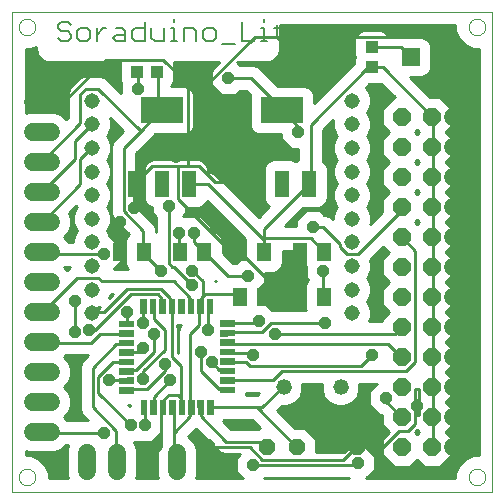
<source format=gtl>
G75*
G70*
%OFA0B0*%
%FSLAX24Y24*%
%IPPOS*%
%LPD*%
%AMOC8*
5,1,8,0,0,1.08239X$1,22.5*
%
%ADD10C,0.0000*%
%ADD11C,0.0060*%
%ADD12R,0.0500X0.0220*%
%ADD13R,0.0220X0.0500*%
%ADD14C,0.0520*%
%ADD15OC8,0.0520*%
%ADD16C,0.0515*%
%ADD17R,0.0480X0.0880*%
%ADD18R,0.1417X0.0866*%
%ADD19R,0.0512X0.0630*%
%ADD20C,0.0600*%
%ADD21R,0.0394X0.0433*%
%ADD22R,0.0433X0.0394*%
%ADD23R,0.0591X0.0591*%
%ADD24OC8,0.0600*%
%ADD25C,0.0100*%
%ADD26OC8,0.0400*%
D10*
X000417Y000150D02*
X000417Y016150D01*
X016417Y016150D01*
X016417Y000150D01*
X000417Y000150D01*
X000641Y000650D02*
X000643Y000683D01*
X000649Y000715D01*
X000658Y000746D01*
X000671Y000776D01*
X000688Y000804D01*
X000708Y000830D01*
X000731Y000854D01*
X000756Y000874D01*
X000784Y000892D01*
X000813Y000906D01*
X000844Y000916D01*
X000876Y000923D01*
X000909Y000926D01*
X000942Y000925D01*
X000974Y000920D01*
X001005Y000911D01*
X001036Y000899D01*
X001064Y000883D01*
X001091Y000864D01*
X001115Y000842D01*
X001136Y000817D01*
X001155Y000790D01*
X001170Y000761D01*
X001181Y000731D01*
X001189Y000699D01*
X001193Y000666D01*
X001193Y000634D01*
X001189Y000601D01*
X001181Y000569D01*
X001170Y000539D01*
X001155Y000510D01*
X001136Y000483D01*
X001115Y000458D01*
X001091Y000436D01*
X001064Y000417D01*
X001036Y000401D01*
X001005Y000389D01*
X000974Y000380D01*
X000942Y000375D01*
X000909Y000374D01*
X000876Y000377D01*
X000844Y000384D01*
X000813Y000394D01*
X000784Y000408D01*
X000756Y000426D01*
X000731Y000446D01*
X000708Y000470D01*
X000688Y000496D01*
X000671Y000524D01*
X000658Y000554D01*
X000649Y000585D01*
X000643Y000617D01*
X000641Y000650D01*
X015641Y000650D02*
X015643Y000683D01*
X015649Y000715D01*
X015658Y000746D01*
X015671Y000776D01*
X015688Y000804D01*
X015708Y000830D01*
X015731Y000854D01*
X015756Y000874D01*
X015784Y000892D01*
X015813Y000906D01*
X015844Y000916D01*
X015876Y000923D01*
X015909Y000926D01*
X015942Y000925D01*
X015974Y000920D01*
X016005Y000911D01*
X016036Y000899D01*
X016064Y000883D01*
X016091Y000864D01*
X016115Y000842D01*
X016136Y000817D01*
X016155Y000790D01*
X016170Y000761D01*
X016181Y000731D01*
X016189Y000699D01*
X016193Y000666D01*
X016193Y000634D01*
X016189Y000601D01*
X016181Y000569D01*
X016170Y000539D01*
X016155Y000510D01*
X016136Y000483D01*
X016115Y000458D01*
X016091Y000436D01*
X016064Y000417D01*
X016036Y000401D01*
X016005Y000389D01*
X015974Y000380D01*
X015942Y000375D01*
X015909Y000374D01*
X015876Y000377D01*
X015844Y000384D01*
X015813Y000394D01*
X015784Y000408D01*
X015756Y000426D01*
X015731Y000446D01*
X015708Y000470D01*
X015688Y000496D01*
X015671Y000524D01*
X015658Y000554D01*
X015649Y000585D01*
X015643Y000617D01*
X015641Y000650D01*
X015641Y015650D02*
X015643Y015683D01*
X015649Y015715D01*
X015658Y015746D01*
X015671Y015776D01*
X015688Y015804D01*
X015708Y015830D01*
X015731Y015854D01*
X015756Y015874D01*
X015784Y015892D01*
X015813Y015906D01*
X015844Y015916D01*
X015876Y015923D01*
X015909Y015926D01*
X015942Y015925D01*
X015974Y015920D01*
X016005Y015911D01*
X016036Y015899D01*
X016064Y015883D01*
X016091Y015864D01*
X016115Y015842D01*
X016136Y015817D01*
X016155Y015790D01*
X016170Y015761D01*
X016181Y015731D01*
X016189Y015699D01*
X016193Y015666D01*
X016193Y015634D01*
X016189Y015601D01*
X016181Y015569D01*
X016170Y015539D01*
X016155Y015510D01*
X016136Y015483D01*
X016115Y015458D01*
X016091Y015436D01*
X016064Y015417D01*
X016036Y015401D01*
X016005Y015389D01*
X015974Y015380D01*
X015942Y015375D01*
X015909Y015374D01*
X015876Y015377D01*
X015844Y015384D01*
X015813Y015394D01*
X015784Y015408D01*
X015756Y015426D01*
X015731Y015446D01*
X015708Y015470D01*
X015688Y015496D01*
X015671Y015524D01*
X015658Y015554D01*
X015649Y015585D01*
X015643Y015617D01*
X015641Y015650D01*
X000641Y015650D02*
X000643Y015683D01*
X000649Y015715D01*
X000658Y015746D01*
X000671Y015776D01*
X000688Y015804D01*
X000708Y015830D01*
X000731Y015854D01*
X000756Y015874D01*
X000784Y015892D01*
X000813Y015906D01*
X000844Y015916D01*
X000876Y015923D01*
X000909Y015926D01*
X000942Y015925D01*
X000974Y015920D01*
X001005Y015911D01*
X001036Y015899D01*
X001064Y015883D01*
X001091Y015864D01*
X001115Y015842D01*
X001136Y015817D01*
X001155Y015790D01*
X001170Y015761D01*
X001181Y015731D01*
X001189Y015699D01*
X001193Y015666D01*
X001193Y015634D01*
X001189Y015601D01*
X001181Y015569D01*
X001170Y015539D01*
X001155Y015510D01*
X001136Y015483D01*
X001115Y015458D01*
X001091Y015436D01*
X001064Y015417D01*
X001036Y015401D01*
X001005Y015389D01*
X000974Y015380D01*
X000942Y015375D01*
X000909Y015374D01*
X000876Y015377D01*
X000844Y015384D01*
X000813Y015394D01*
X000784Y015408D01*
X000756Y015426D01*
X000731Y015446D01*
X000708Y015470D01*
X000688Y015496D01*
X000671Y015524D01*
X000658Y015554D01*
X000649Y015585D01*
X000643Y015617D01*
X000641Y015650D01*
D11*
X001947Y015607D02*
X002053Y015500D01*
X002267Y015500D01*
X002374Y015394D01*
X002374Y015287D01*
X002267Y015180D01*
X002053Y015180D01*
X001947Y015287D01*
X001947Y015607D02*
X001947Y015714D01*
X002053Y015821D01*
X002267Y015821D01*
X002374Y015714D01*
X002591Y015500D02*
X002591Y015287D01*
X002698Y015180D01*
X002911Y015180D01*
X003018Y015287D01*
X003018Y015500D01*
X002911Y015607D01*
X002698Y015607D01*
X002591Y015500D01*
X003236Y015394D02*
X003449Y015607D01*
X003556Y015607D01*
X003236Y015607D02*
X003236Y015180D01*
X003773Y015287D02*
X003880Y015394D01*
X004200Y015394D01*
X004200Y015500D02*
X004200Y015180D01*
X003880Y015180D01*
X003773Y015287D01*
X003880Y015607D02*
X004093Y015607D01*
X004200Y015500D01*
X004417Y015500D02*
X004417Y015287D01*
X004524Y015180D01*
X004844Y015180D01*
X004844Y015821D01*
X004844Y015607D02*
X004524Y015607D01*
X004417Y015500D01*
X005062Y015607D02*
X005062Y015287D01*
X005169Y015180D01*
X005489Y015180D01*
X005489Y015607D01*
X005707Y015607D02*
X005813Y015607D01*
X005813Y015180D01*
X005707Y015180D02*
X005920Y015180D01*
X006136Y015180D02*
X006136Y015607D01*
X006457Y015607D01*
X006563Y015500D01*
X006563Y015180D01*
X006781Y015287D02*
X006781Y015500D01*
X006888Y015607D01*
X007101Y015607D01*
X007208Y015500D01*
X007208Y015287D01*
X007101Y015180D01*
X006888Y015180D01*
X006781Y015287D01*
X007425Y015073D02*
X007852Y015073D01*
X008070Y015180D02*
X008497Y015180D01*
X008714Y015180D02*
X008928Y015180D01*
X008821Y015180D02*
X008821Y015607D01*
X008714Y015607D01*
X008821Y015821D02*
X008821Y015927D01*
X009144Y015607D02*
X009358Y015607D01*
X009251Y015714D02*
X009251Y015287D01*
X009358Y015180D01*
X009574Y015287D02*
X009574Y015500D01*
X009681Y015607D01*
X009894Y015607D01*
X010001Y015500D01*
X010001Y015394D01*
X009574Y015394D01*
X009574Y015287D02*
X009681Y015180D01*
X009894Y015180D01*
X008070Y015180D02*
X008070Y015821D01*
X005813Y015821D02*
X005813Y015927D01*
D12*
G36*
X005862Y006589D02*
X005863Y006090D01*
X005644Y006089D01*
X005643Y006588D01*
X005862Y006589D01*
G37*
G36*
X006177Y006591D02*
X006178Y006092D01*
X005959Y006091D01*
X005958Y006590D01*
X006177Y006591D01*
G37*
G36*
X006492Y006592D02*
X006493Y006093D01*
X006274Y006092D01*
X006273Y006591D01*
X006492Y006592D01*
G37*
G36*
X006807Y006593D02*
X006808Y006094D01*
X006589Y006093D01*
X006588Y006592D01*
X006807Y006593D01*
G37*
G36*
X007122Y006594D02*
X007123Y006095D01*
X006904Y006094D01*
X006903Y006593D01*
X007122Y006594D01*
G37*
G36*
X005547Y006588D02*
X005548Y006089D01*
X005329Y006088D01*
X005328Y006587D01*
X005547Y006588D01*
G37*
G36*
X005232Y006587D02*
X005233Y006088D01*
X005014Y006087D01*
X005013Y006586D01*
X005232Y006587D01*
G37*
G36*
X004917Y006586D02*
X004918Y006087D01*
X004699Y006086D01*
X004698Y006585D01*
X004917Y006586D01*
G37*
G36*
X004929Y003206D02*
X004930Y002707D01*
X004711Y002706D01*
X004710Y003205D01*
X004929Y003206D01*
G37*
G36*
X005244Y003207D02*
X005245Y002708D01*
X005026Y002707D01*
X005025Y003206D01*
X005244Y003207D01*
G37*
G36*
X005559Y003208D02*
X005560Y002709D01*
X005341Y002708D01*
X005340Y003207D01*
X005559Y003208D01*
G37*
G36*
X005874Y003209D02*
X005875Y002710D01*
X005656Y002709D01*
X005655Y003208D01*
X005874Y003209D01*
G37*
G36*
X006189Y003211D02*
X006190Y002712D01*
X005971Y002711D01*
X005970Y003210D01*
X006189Y003211D01*
G37*
G36*
X006504Y003212D02*
X006505Y002713D01*
X006286Y002712D01*
X006285Y003211D01*
X006504Y003212D01*
G37*
G36*
X006819Y003213D02*
X006820Y002714D01*
X006601Y002713D01*
X006600Y003212D01*
X006819Y003213D01*
G37*
G36*
X007134Y003214D02*
X007135Y002715D01*
X006916Y002714D01*
X006915Y003213D01*
X007134Y003214D01*
G37*
D13*
G36*
X007860Y003664D02*
X007861Y003445D01*
X007362Y003444D01*
X007361Y003663D01*
X007860Y003664D01*
G37*
G36*
X007858Y003979D02*
X007859Y003760D01*
X007360Y003759D01*
X007359Y003978D01*
X007858Y003979D01*
G37*
G36*
X007857Y004293D02*
X007858Y004074D01*
X007359Y004073D01*
X007358Y004292D01*
X007857Y004293D01*
G37*
G36*
X007856Y004608D02*
X007857Y004389D01*
X007358Y004388D01*
X007357Y004607D01*
X007856Y004608D01*
G37*
G36*
X007855Y004923D02*
X007856Y004704D01*
X007357Y004703D01*
X007356Y004922D01*
X007855Y004923D01*
G37*
G36*
X007854Y005238D02*
X007855Y005019D01*
X007356Y005018D01*
X007355Y005237D01*
X007854Y005238D01*
G37*
G36*
X007853Y005553D02*
X007854Y005334D01*
X007355Y005333D01*
X007354Y005552D01*
X007853Y005553D01*
G37*
G36*
X007852Y005868D02*
X007853Y005649D01*
X007354Y005648D01*
X007353Y005867D01*
X007852Y005868D01*
G37*
G36*
X004472Y005856D02*
X004473Y005637D01*
X003974Y005636D01*
X003973Y005855D01*
X004472Y005856D01*
G37*
G36*
X004473Y005541D02*
X004474Y005322D01*
X003975Y005321D01*
X003974Y005540D01*
X004473Y005541D01*
G37*
G36*
X004474Y005227D02*
X004475Y005008D01*
X003976Y005007D01*
X003975Y005226D01*
X004474Y005227D01*
G37*
G36*
X004475Y004912D02*
X004476Y004693D01*
X003977Y004692D01*
X003976Y004911D01*
X004475Y004912D01*
G37*
G36*
X004476Y004597D02*
X004477Y004378D01*
X003978Y004377D01*
X003977Y004596D01*
X004476Y004597D01*
G37*
G36*
X004477Y004282D02*
X004478Y004063D01*
X003979Y004062D01*
X003978Y004281D01*
X004477Y004282D01*
G37*
G36*
X004478Y003967D02*
X004479Y003748D01*
X003980Y003747D01*
X003979Y003966D01*
X004478Y003967D01*
G37*
G36*
X004480Y003652D02*
X004481Y003433D01*
X003982Y003432D01*
X003981Y003651D01*
X004480Y003652D01*
G37*
D14*
X009467Y003650D03*
X011367Y003650D03*
D15*
X011917Y001650D03*
X009917Y001650D03*
X008917Y001650D03*
X006917Y001650D03*
D16*
X003086Y006107D03*
X003086Y006894D03*
X003086Y007681D03*
X003086Y008469D03*
X003086Y009256D03*
X003086Y010044D03*
X003086Y010831D03*
X003086Y011619D03*
X003086Y012406D03*
X003086Y013193D03*
X011747Y013193D03*
X011747Y012406D03*
X011747Y011619D03*
X011747Y010831D03*
X011747Y010044D03*
X011747Y009256D03*
X011747Y008469D03*
X011747Y007681D03*
X011747Y006894D03*
X011747Y006107D03*
D17*
X010327Y010430D03*
X009417Y010430D03*
X008507Y010430D03*
X006327Y010430D03*
X005417Y010430D03*
X004507Y010430D03*
D18*
X005417Y012870D03*
X009417Y012870D03*
D19*
X010023Y008150D03*
X010810Y008150D03*
X010810Y006650D03*
X010023Y006650D03*
X008810Y006650D03*
X008023Y006650D03*
X008023Y008150D03*
X008810Y008150D03*
X006810Y008150D03*
X006023Y008150D03*
X004810Y008150D03*
X004023Y008150D03*
D20*
X001717Y008150D02*
X001117Y008150D01*
X001117Y009150D02*
X001717Y009150D01*
X001717Y010150D02*
X001117Y010150D01*
X001117Y011150D02*
X001717Y011150D01*
X001717Y012150D02*
X001117Y012150D01*
X001117Y013150D02*
X001717Y013150D01*
X001717Y007150D02*
X001117Y007150D01*
X001117Y006150D02*
X001717Y006150D01*
X001717Y005150D02*
X001117Y005150D01*
X001117Y004150D02*
X001717Y004150D01*
X001717Y003150D02*
X001117Y003150D01*
X001117Y002150D02*
X001717Y002150D01*
X002917Y001450D02*
X002917Y000850D01*
X003917Y000850D02*
X003917Y001450D01*
X004917Y001450D02*
X004917Y000850D01*
X005917Y000850D02*
X005917Y001450D01*
X015117Y001650D02*
X015717Y001650D01*
X015717Y002650D02*
X015117Y002650D01*
X015117Y003650D02*
X015717Y003650D01*
X015717Y004650D02*
X015117Y004650D01*
X015117Y005650D02*
X015717Y005650D01*
X015717Y006650D02*
X015117Y006650D01*
X015117Y007650D02*
X015717Y007650D01*
X015717Y008650D02*
X015117Y008650D01*
X015117Y009650D02*
X015717Y009650D01*
X015717Y010650D02*
X015117Y010650D01*
X015117Y011650D02*
X015717Y011650D01*
X015717Y012650D02*
X015117Y012650D01*
D21*
X005251Y014150D03*
X004582Y014150D03*
D22*
X012417Y014315D03*
X012417Y014985D03*
D23*
X013728Y014650D03*
X015106Y014650D03*
D24*
X014417Y012650D03*
X014417Y011650D03*
X014417Y010650D03*
X014417Y009650D03*
X014417Y008650D03*
X013417Y008650D03*
X013417Y009650D03*
X013417Y010650D03*
X013417Y011650D03*
X013417Y012650D03*
X013417Y007650D03*
X014417Y007650D03*
X014417Y006650D03*
X014417Y005650D03*
X014417Y004650D03*
X014417Y003650D03*
X014417Y002650D03*
X014417Y001650D03*
X013417Y001650D03*
X013417Y002650D03*
X013417Y003650D03*
X013417Y004650D03*
X013417Y005650D03*
X013417Y006650D03*
D25*
X012961Y006159D02*
X012375Y006159D01*
X012375Y006232D02*
X012375Y005982D01*
X012320Y005850D01*
X012747Y005850D01*
X012747Y005928D01*
X012969Y006150D01*
X012747Y006372D01*
X012747Y006928D01*
X012969Y007150D01*
X012747Y007372D01*
X012747Y007928D01*
X012969Y008150D01*
X012790Y008329D01*
X012343Y007883D01*
X012375Y007806D01*
X012375Y007557D01*
X012279Y007326D01*
X012241Y007288D01*
X012279Y007250D01*
X012375Y007019D01*
X012375Y006769D01*
X012279Y006539D01*
X012241Y006500D01*
X012279Y006462D01*
X012375Y006232D01*
X012364Y006257D02*
X012862Y006257D01*
X012764Y006356D02*
X012323Y006356D01*
X012283Y006454D02*
X012747Y006454D01*
X012747Y006553D02*
X012285Y006553D01*
X012326Y006651D02*
X012747Y006651D01*
X012747Y006750D02*
X012367Y006750D01*
X012375Y006848D02*
X012747Y006848D01*
X012766Y006947D02*
X012375Y006947D01*
X012364Y007045D02*
X012864Y007045D01*
X012963Y007144D02*
X012323Y007144D01*
X012282Y007242D02*
X012877Y007242D01*
X012779Y007341D02*
X012285Y007341D01*
X012326Y007439D02*
X012747Y007439D01*
X012747Y007538D02*
X012367Y007538D01*
X012375Y007636D02*
X012747Y007636D01*
X012747Y007735D02*
X012375Y007735D01*
X012364Y007833D02*
X012747Y007833D01*
X012751Y007932D02*
X012392Y007932D01*
X012491Y008030D02*
X012849Y008030D01*
X012948Y008129D02*
X012589Y008129D01*
X012688Y008227D02*
X012892Y008227D01*
X012794Y008326D02*
X012786Y008326D01*
X013417Y008650D02*
X013437Y008610D01*
X013857Y008190D01*
X013857Y004470D01*
X013557Y004170D01*
X009417Y004170D01*
X009117Y003870D01*
X007617Y003870D01*
X007609Y003869D01*
X007557Y003570D02*
X007317Y003570D01*
X006717Y004170D01*
X006717Y004830D01*
X007077Y004470D02*
X007317Y004230D01*
X007557Y004230D01*
X007608Y004183D01*
X007617Y004470D02*
X007607Y004498D01*
X007617Y004470D02*
X008217Y004470D01*
X008337Y004350D01*
X012057Y004350D01*
X012417Y004710D01*
X012957Y005070D02*
X013377Y004650D01*
X013417Y004650D01*
X012957Y005070D02*
X007617Y005070D01*
X007605Y005128D01*
X007606Y004813D02*
X007617Y004770D01*
X008397Y004770D01*
X008457Y004710D01*
X008757Y005490D02*
X007617Y005490D01*
X007604Y005443D01*
X007603Y005758D02*
X007617Y005790D01*
X008577Y005790D01*
X008637Y005850D01*
X008757Y005490D02*
X009057Y005790D01*
X010857Y005790D01*
X010206Y006210D02*
X009083Y006210D01*
X008873Y006420D01*
X008649Y006420D01*
X008649Y006916D01*
X008847Y007114D01*
X008847Y007465D01*
X009140Y007465D01*
X009276Y007521D01*
X009380Y007625D01*
X009436Y007761D01*
X009436Y008190D01*
X010184Y008190D01*
X010184Y007761D01*
X010227Y007660D01*
X010227Y007294D01*
X010293Y007227D01*
X010241Y007175D01*
X010184Y007039D01*
X010184Y006261D01*
X010206Y006210D01*
X010186Y006257D02*
X009036Y006257D01*
X008937Y006356D02*
X010184Y006356D01*
X010184Y006454D02*
X008649Y006454D01*
X008649Y006553D02*
X010184Y006553D01*
X010184Y006651D02*
X008649Y006651D01*
X008649Y006750D02*
X010184Y006750D01*
X010184Y006848D02*
X008649Y006848D01*
X008679Y006947D02*
X010184Y006947D01*
X010187Y007045D02*
X008778Y007045D01*
X008847Y007144D02*
X010228Y007144D01*
X010279Y007242D02*
X008847Y007242D01*
X008847Y007341D02*
X010227Y007341D01*
X010227Y007439D02*
X008847Y007439D01*
X009027Y007140D02*
X010017Y008130D01*
X010023Y008150D01*
X010184Y008129D02*
X009436Y008129D01*
X009436Y008030D02*
X010184Y008030D01*
X010184Y007932D02*
X009436Y007932D01*
X009436Y007833D02*
X010184Y007833D01*
X010196Y007735D02*
X009425Y007735D01*
X009384Y007636D02*
X010227Y007636D01*
X010227Y007538D02*
X009292Y007538D01*
X009027Y007140D02*
X008037Y008130D01*
X008023Y008150D01*
X007977Y008190D01*
X007677Y008190D01*
X005937Y009930D01*
X005937Y011010D01*
X006297Y011010D01*
X006297Y013710D01*
X006267Y013740D01*
X006297Y013770D01*
X006957Y013770D01*
X008517Y015330D01*
X014397Y015330D01*
X015057Y014670D01*
X015106Y014650D01*
X015117Y014610D01*
X015117Y012990D01*
X015417Y012690D01*
X015417Y012650D01*
X015417Y011650D01*
X015417Y010650D01*
X015417Y009650D01*
X015417Y008650D01*
X015417Y007650D01*
X015417Y006650D01*
X015417Y005650D01*
X015417Y004650D01*
X015417Y003650D01*
X015087Y003696D02*
X015967Y003696D01*
X015967Y003598D02*
X015087Y003598D01*
X015087Y003499D02*
X015967Y003499D01*
X015967Y003401D02*
X015087Y003401D01*
X015087Y003372D02*
X015087Y003928D01*
X014877Y004138D01*
X014877Y004162D01*
X015087Y004372D01*
X015087Y004928D01*
X014877Y005138D01*
X014877Y005162D01*
X015087Y005372D01*
X015087Y005928D01*
X014877Y006138D01*
X014877Y006162D01*
X015087Y006372D01*
X015087Y006928D01*
X014877Y007138D01*
X014877Y007162D01*
X015087Y007372D01*
X015087Y007928D01*
X014877Y008138D01*
X014877Y008162D01*
X015087Y008372D01*
X015087Y008928D01*
X014877Y009138D01*
X014877Y009162D01*
X015087Y009372D01*
X015087Y009928D01*
X014877Y010138D01*
X014877Y010162D01*
X015087Y010372D01*
X015087Y010928D01*
X014877Y011138D01*
X014877Y011162D01*
X015087Y011372D01*
X015087Y011928D01*
X014877Y012138D01*
X014877Y012162D01*
X015087Y012372D01*
X015087Y012928D01*
X014694Y013320D01*
X014361Y013320D01*
X013696Y013985D01*
X014097Y013985D01*
X014233Y014041D01*
X014337Y014145D01*
X014393Y014281D01*
X014393Y015019D01*
X014337Y015155D01*
X014233Y015259D01*
X014097Y015315D01*
X013625Y015315D01*
X013615Y015326D01*
X013460Y015390D01*
X012947Y015390D01*
X012947Y015391D01*
X012843Y015495D01*
X012707Y015551D01*
X012127Y015551D01*
X011991Y015495D01*
X011886Y015391D01*
X011830Y015255D01*
X011830Y014714D01*
X011857Y014650D01*
X011830Y014586D01*
X011830Y014437D01*
X010495Y013103D01*
X010495Y013377D01*
X010439Y013513D01*
X010335Y013617D01*
X010199Y013673D01*
X009267Y013673D01*
X008635Y014306D01*
X008480Y014370D01*
X008003Y014370D01*
X007906Y014467D01*
X008904Y014467D01*
X008940Y014469D01*
X008974Y014475D01*
X009009Y014483D01*
X009042Y014494D01*
X009075Y014508D01*
X009107Y014524D01*
X009137Y014542D01*
X009165Y014563D01*
X009192Y014586D01*
X009217Y014611D01*
X009240Y014638D01*
X009261Y014666D01*
X009279Y014697D01*
X009296Y014728D01*
X009309Y014761D01*
X009320Y014794D01*
X009328Y014829D01*
X009334Y014864D01*
X009337Y014899D01*
X009337Y015700D01*
X015191Y015700D01*
X015191Y015506D01*
X015302Y015239D01*
X015506Y015035D01*
X015772Y014924D01*
X015967Y014924D01*
X015967Y001376D01*
X015772Y001376D01*
X015506Y001265D01*
X015302Y001061D01*
X015191Y000794D01*
X015191Y000600D01*
X012233Y000600D01*
X012507Y000874D01*
X012507Y001346D01*
X012173Y001680D01*
X011701Y001680D01*
X011491Y001470D01*
X010547Y001470D01*
X010547Y001911D01*
X010178Y002280D01*
X009861Y002280D01*
X009261Y002880D01*
X009401Y003020D01*
X009592Y003020D01*
X009824Y003116D01*
X010001Y003293D01*
X010097Y003525D01*
X010097Y003750D01*
X010737Y003750D01*
X010737Y003525D01*
X010833Y003293D01*
X011010Y003116D01*
X011241Y003020D01*
X011492Y003020D01*
X011724Y003116D01*
X011901Y003293D01*
X011997Y003525D01*
X011997Y003750D01*
X012571Y003750D01*
X012327Y003506D01*
X012327Y003034D01*
X012661Y002700D01*
X012747Y002700D01*
X012747Y002372D01*
X012969Y002150D01*
X012747Y001928D01*
X012747Y001372D01*
X013139Y000980D01*
X013694Y000980D01*
X013917Y001202D01*
X014139Y000980D01*
X014694Y000980D01*
X015087Y001372D01*
X015087Y001928D01*
X014877Y002138D01*
X014877Y002162D01*
X015087Y002372D01*
X015087Y002928D01*
X014877Y003138D01*
X014877Y003162D01*
X015087Y003372D01*
X015016Y003302D02*
X015967Y003302D01*
X015967Y003204D02*
X014918Y003204D01*
X014909Y003105D02*
X015967Y003105D01*
X015967Y003007D02*
X015008Y003007D01*
X015087Y002908D02*
X015967Y002908D01*
X015967Y002810D02*
X015087Y002810D01*
X015087Y002711D02*
X015967Y002711D01*
X015967Y002613D02*
X015087Y002613D01*
X015087Y002514D02*
X015967Y002514D01*
X015967Y002416D02*
X015087Y002416D01*
X015031Y002317D02*
X015967Y002317D01*
X015967Y002219D02*
X014933Y002219D01*
X014894Y002120D02*
X015967Y002120D01*
X015967Y002022D02*
X014993Y002022D01*
X015087Y001923D02*
X015967Y001923D01*
X015967Y001825D02*
X015087Y001825D01*
X015087Y001726D02*
X015967Y001726D01*
X015967Y001628D02*
X015087Y001628D01*
X015087Y001529D02*
X015967Y001529D01*
X015967Y001431D02*
X015087Y001431D01*
X015046Y001332D02*
X015667Y001332D01*
X015474Y001234D02*
X014948Y001234D01*
X014849Y001135D02*
X015376Y001135D01*
X015291Y001037D02*
X014751Y001037D01*
X015210Y000840D02*
X012472Y000840D01*
X012507Y000938D02*
X015251Y000938D01*
X015191Y000741D02*
X012374Y000741D01*
X012275Y000643D02*
X015191Y000643D01*
X015417Y001650D02*
X015417Y002650D01*
X014457Y002670D02*
X014457Y003630D01*
X014417Y003650D01*
X014457Y003690D01*
X014457Y004650D01*
X014417Y004650D01*
X014457Y004650D02*
X014457Y005610D01*
X014417Y005650D01*
X014457Y005670D01*
X014457Y006630D01*
X014417Y006650D01*
X014457Y006690D01*
X014457Y007650D01*
X014417Y007650D01*
X014457Y007650D02*
X014457Y008610D01*
X014417Y008650D01*
X014457Y008670D01*
X014457Y009630D01*
X014417Y009650D01*
X014457Y009690D01*
X014457Y010650D01*
X014417Y010650D01*
X014457Y010650D02*
X014457Y011610D01*
X014417Y011650D01*
X014457Y011670D01*
X014457Y012630D01*
X014417Y012650D01*
X014397Y012690D01*
X012777Y014310D01*
X012417Y014310D01*
X012417Y014315D01*
X012417Y014310D02*
X012297Y014310D01*
X010377Y012390D01*
X010377Y010470D01*
X010327Y010430D01*
X010317Y010410D01*
X008817Y008910D01*
X008817Y008610D01*
X010377Y008610D01*
X010797Y008190D01*
X010810Y008150D01*
X011337Y008310D02*
X011577Y008070D01*
X011937Y008070D01*
X013377Y009510D01*
X013377Y009630D01*
X013417Y009650D01*
X013916Y010099D02*
X013918Y010099D01*
X013917Y010098D02*
X013864Y010150D01*
X013917Y010202D01*
X013969Y010150D01*
X013917Y010098D01*
X013911Y010197D02*
X013922Y010197D01*
X013917Y011098D02*
X013864Y011150D01*
X013917Y011202D01*
X013969Y011150D01*
X013917Y011098D01*
X013896Y011182D02*
X013937Y011182D01*
X013917Y012098D02*
X013864Y012150D01*
X013917Y012202D01*
X013969Y012150D01*
X013917Y012098D01*
X013881Y012167D02*
X013952Y012167D01*
X014881Y012167D02*
X015967Y012167D01*
X015967Y012069D02*
X014946Y012069D01*
X015044Y011970D02*
X015967Y011970D01*
X015967Y011872D02*
X015087Y011872D01*
X015087Y011773D02*
X015967Y011773D01*
X015967Y011675D02*
X015087Y011675D01*
X015087Y011576D02*
X015967Y011576D01*
X015967Y011478D02*
X015087Y011478D01*
X015087Y011379D02*
X015967Y011379D01*
X015967Y011281D02*
X014995Y011281D01*
X014896Y011182D02*
X015967Y011182D01*
X015967Y011084D02*
X014931Y011084D01*
X015029Y010985D02*
X015967Y010985D01*
X015967Y010887D02*
X015087Y010887D01*
X015087Y010788D02*
X015967Y010788D01*
X015967Y010690D02*
X015087Y010690D01*
X015087Y010591D02*
X015967Y010591D01*
X015967Y010493D02*
X015087Y010493D01*
X015087Y010394D02*
X015967Y010394D01*
X015967Y010296D02*
X015010Y010296D01*
X014911Y010197D02*
X015967Y010197D01*
X015967Y010099D02*
X014916Y010099D01*
X015014Y010000D02*
X015967Y010000D01*
X015967Y009902D02*
X015087Y009902D01*
X015087Y009803D02*
X015967Y009803D01*
X015967Y009705D02*
X015087Y009705D01*
X015087Y009606D02*
X015967Y009606D01*
X015967Y009508D02*
X015087Y009508D01*
X015087Y009409D02*
X015967Y009409D01*
X015967Y009311D02*
X015025Y009311D01*
X014926Y009212D02*
X015967Y009212D01*
X015967Y009114D02*
X014901Y009114D01*
X014999Y009015D02*
X015967Y009015D01*
X015967Y008917D02*
X015087Y008917D01*
X015087Y008818D02*
X015967Y008818D01*
X015967Y008720D02*
X015087Y008720D01*
X015087Y008621D02*
X015967Y008621D01*
X015967Y008523D02*
X015087Y008523D01*
X015087Y008424D02*
X015967Y008424D01*
X015967Y008326D02*
X015040Y008326D01*
X014941Y008227D02*
X015967Y008227D01*
X015967Y008129D02*
X014886Y008129D01*
X014984Y008030D02*
X015967Y008030D01*
X015967Y007932D02*
X015083Y007932D01*
X015087Y007833D02*
X015967Y007833D01*
X015967Y007735D02*
X015087Y007735D01*
X015087Y007636D02*
X015967Y007636D01*
X015967Y007538D02*
X015087Y007538D01*
X015087Y007439D02*
X015967Y007439D01*
X015967Y007341D02*
X015055Y007341D01*
X014956Y007242D02*
X015967Y007242D01*
X015967Y007144D02*
X014877Y007144D01*
X014969Y007045D02*
X015967Y007045D01*
X015967Y006947D02*
X015068Y006947D01*
X015087Y006848D02*
X015967Y006848D01*
X015967Y006750D02*
X015087Y006750D01*
X015087Y006651D02*
X015967Y006651D01*
X015967Y006553D02*
X015087Y006553D01*
X015087Y006454D02*
X015967Y006454D01*
X015967Y006356D02*
X015070Y006356D01*
X014971Y006257D02*
X015967Y006257D01*
X015967Y006159D02*
X014877Y006159D01*
X014954Y006060D02*
X015967Y006060D01*
X015967Y005962D02*
X015053Y005962D01*
X015087Y005863D02*
X015967Y005863D01*
X015967Y005765D02*
X015087Y005765D01*
X015087Y005666D02*
X015967Y005666D01*
X015967Y005568D02*
X015087Y005568D01*
X015087Y005469D02*
X015967Y005469D01*
X015967Y005371D02*
X015085Y005371D01*
X014986Y005272D02*
X015967Y005272D01*
X015967Y005174D02*
X014888Y005174D01*
X014939Y005075D02*
X015967Y005075D01*
X015967Y004977D02*
X015038Y004977D01*
X015087Y004878D02*
X015967Y004878D01*
X015967Y004780D02*
X015087Y004780D01*
X015087Y004681D02*
X015967Y004681D01*
X015967Y004583D02*
X015087Y004583D01*
X015087Y004484D02*
X015967Y004484D01*
X015967Y004386D02*
X015087Y004386D01*
X015001Y004287D02*
X015967Y004287D01*
X015967Y004189D02*
X014903Y004189D01*
X014924Y004090D02*
X015967Y004090D01*
X015967Y003992D02*
X015023Y003992D01*
X015087Y003893D02*
X015967Y003893D01*
X015967Y003795D02*
X015087Y003795D01*
X013977Y003570D02*
X013977Y002730D01*
X013917Y002730D01*
X013917Y003030D01*
X013917Y003098D02*
X013864Y003150D01*
X013917Y003202D01*
X013969Y003150D01*
X013917Y003098D01*
X013924Y003105D02*
X013909Y003105D01*
X013857Y003570D02*
X013977Y003570D01*
X013857Y003570D02*
X013857Y002430D01*
X013617Y002190D01*
X013317Y002190D01*
X012777Y001650D01*
X011917Y001650D01*
X011877Y001650D01*
X011457Y001230D01*
X008757Y001230D01*
X008337Y001650D01*
X006917Y001650D01*
X007067Y001726D02*
X006528Y001726D01*
X006568Y001628D02*
X007165Y001628D01*
X007201Y001592D02*
X007319Y001474D01*
X007473Y001410D01*
X008011Y001410D01*
X007887Y001286D01*
X007887Y000814D01*
X008101Y000600D01*
X006538Y000600D01*
X006587Y000717D01*
X006587Y001583D01*
X006485Y001830D01*
X006297Y002017D01*
X006537Y002256D01*
X007201Y001592D01*
X007264Y001529D02*
X006587Y001529D01*
X006587Y001431D02*
X007424Y001431D01*
X007887Y001234D02*
X006587Y001234D01*
X006587Y001332D02*
X007933Y001332D01*
X007887Y001135D02*
X006587Y001135D01*
X006587Y001037D02*
X007887Y001037D01*
X007887Y000938D02*
X006587Y000938D01*
X006587Y000840D02*
X007887Y000840D01*
X007960Y000741D02*
X006587Y000741D01*
X006556Y000643D02*
X008058Y000643D01*
X008457Y001050D02*
X011877Y001050D01*
X011937Y001110D01*
X012324Y001529D02*
X012747Y001529D01*
X012747Y001431D02*
X012422Y001431D01*
X012507Y001332D02*
X012787Y001332D01*
X012886Y001234D02*
X012507Y001234D01*
X012507Y001135D02*
X012984Y001135D01*
X013083Y001037D02*
X012507Y001037D01*
X012747Y001628D02*
X012225Y001628D01*
X012747Y001726D02*
X010547Y001726D01*
X010547Y001628D02*
X011648Y001628D01*
X011550Y001529D02*
X010547Y001529D01*
X010547Y001825D02*
X012747Y001825D01*
X012747Y001923D02*
X010535Y001923D01*
X010436Y002022D02*
X012841Y002022D01*
X012939Y002120D02*
X010338Y002120D01*
X010239Y002219D02*
X012901Y002219D01*
X012802Y002317D02*
X009824Y002317D01*
X009725Y002416D02*
X012747Y002416D01*
X012747Y002514D02*
X009627Y002514D01*
X009528Y002613D02*
X012747Y002613D01*
X012650Y002711D02*
X009430Y002711D01*
X009331Y002810D02*
X012551Y002810D01*
X012453Y002908D02*
X009289Y002908D01*
X009387Y003007D02*
X012354Y003007D01*
X012327Y003105D02*
X011697Y003105D01*
X011811Y003204D02*
X012327Y003204D01*
X012327Y003302D02*
X011904Y003302D01*
X011945Y003401D02*
X012327Y003401D01*
X012327Y003499D02*
X011986Y003499D01*
X011997Y003598D02*
X012418Y003598D01*
X012517Y003696D02*
X011997Y003696D01*
X012897Y003270D02*
X012897Y003150D01*
X013377Y002670D01*
X013417Y002650D01*
X013917Y002202D02*
X013969Y002150D01*
X013917Y002098D01*
X013864Y002150D01*
X013917Y002202D01*
X013939Y002120D02*
X013894Y002120D01*
X014417Y001650D02*
X014457Y001650D01*
X014457Y002610D01*
X014417Y002650D01*
X014457Y002670D01*
X013984Y001135D02*
X013849Y001135D01*
X013751Y001037D02*
X014083Y001037D01*
X011641Y000600D02*
X008813Y000600D01*
X008843Y000630D01*
X011611Y000630D01*
X011641Y000600D01*
X009917Y001650D02*
X009897Y001650D01*
X008577Y002970D01*
X007077Y002970D01*
X007025Y002964D01*
X006717Y002910D02*
X006717Y002670D01*
X007557Y001830D01*
X008697Y001830D01*
X008877Y001650D01*
X008917Y001650D01*
X008626Y002250D02*
X007731Y002250D01*
X007457Y002523D01*
X007468Y002550D01*
X008403Y002550D01*
X008673Y002280D01*
X008656Y002280D01*
X008626Y002250D01*
X008636Y002317D02*
X007664Y002317D01*
X007565Y002416D02*
X008537Y002416D01*
X008439Y002514D02*
X007467Y002514D01*
X006870Y001923D02*
X006391Y001923D01*
X006302Y002022D02*
X006771Y002022D01*
X006673Y002120D02*
X006401Y002120D01*
X006499Y002219D02*
X006574Y002219D01*
X006487Y001825D02*
X006968Y001825D01*
X006357Y002670D02*
X005817Y002130D01*
X005817Y002910D01*
X005765Y002959D01*
X006057Y002970D02*
X006080Y002961D01*
X006057Y002970D02*
X006057Y003270D01*
X006027Y003300D01*
X006057Y003330D01*
X006057Y004350D01*
X005757Y004650D01*
X005757Y006330D01*
X005753Y006339D01*
X005697Y006390D01*
X005697Y006630D01*
X005397Y006930D01*
X004257Y006930D01*
X003477Y006150D01*
X003117Y006150D01*
X003086Y006107D01*
X003153Y006120D02*
X002937Y006120D01*
X002937Y006124D01*
X003079Y006267D01*
X003211Y006267D01*
X003362Y006329D01*
X003153Y006120D01*
X003191Y006159D02*
X002971Y006159D01*
X003070Y006257D02*
X003290Y006257D01*
X003651Y006618D02*
X003783Y006750D01*
X003705Y006750D01*
X003651Y006618D01*
X003664Y006651D02*
X003684Y006651D01*
X003705Y006750D02*
X003782Y006750D01*
X003417Y007170D02*
X003297Y007290D01*
X002577Y007290D01*
X001437Y006150D01*
X001417Y006150D01*
X001417Y005150D02*
X001437Y005130D01*
X003057Y005130D01*
X003357Y005430D01*
X004197Y005430D01*
X004224Y005431D01*
X004225Y005117D02*
X004197Y005070D01*
X003897Y005070D01*
X003117Y004290D01*
X003117Y002970D01*
X003897Y002190D01*
X003897Y001170D01*
X003917Y001150D01*
X004528Y001726D02*
X005306Y001726D01*
X005347Y001825D02*
X005117Y001825D01*
X005093Y001800D02*
X005397Y002104D01*
X005397Y001878D01*
X005349Y001830D01*
X005247Y001583D01*
X005247Y000717D01*
X005295Y000600D01*
X004538Y000600D01*
X004587Y000717D01*
X004587Y001583D01*
X004497Y001800D01*
X004613Y001800D01*
X004617Y001804D01*
X004621Y001800D01*
X005093Y001800D01*
X005216Y001923D02*
X005397Y001923D01*
X005397Y002022D02*
X005314Y002022D01*
X005397Y001650D02*
X004917Y001170D01*
X004917Y001150D01*
X004587Y001135D02*
X005247Y001135D01*
X005247Y001037D02*
X004587Y001037D01*
X004587Y000938D02*
X005247Y000938D01*
X005247Y000840D02*
X004587Y000840D01*
X004587Y000741D02*
X005247Y000741D01*
X005277Y000643D02*
X004556Y000643D01*
X004587Y001234D02*
X005247Y001234D01*
X005247Y001332D02*
X004587Y001332D01*
X004587Y001431D02*
X005247Y001431D01*
X005247Y001529D02*
X004587Y001529D01*
X004568Y001628D02*
X005265Y001628D01*
X005397Y001650D02*
X005397Y002910D01*
X005450Y002958D01*
X005457Y002970D01*
X005457Y003210D01*
X005637Y003390D01*
X005937Y003390D01*
X006027Y003300D01*
X006357Y002970D02*
X006395Y002962D01*
X006357Y002910D01*
X006357Y002670D01*
X006357Y002970D02*
X006357Y005430D01*
X006657Y005730D01*
X006657Y006330D01*
X006698Y006343D01*
X006717Y006390D01*
X006717Y006630D01*
X006807Y006720D01*
X006777Y006750D01*
X006777Y007170D01*
X006417Y007530D01*
X006417Y007050D02*
X005817Y007650D01*
X005757Y007650D01*
X005637Y007770D01*
X005637Y009690D01*
X005217Y009304D02*
X005217Y008803D01*
X005217Y008803D01*
X005217Y008934D01*
X005153Y009088D01*
X004557Y009684D01*
X004557Y011436D01*
X004945Y011824D01*
X005188Y012067D01*
X006199Y012067D01*
X006335Y012123D01*
X006439Y012227D01*
X006495Y012363D01*
X006495Y013377D01*
X006439Y013513D01*
X006335Y013617D01*
X006199Y013673D01*
X005711Y013673D01*
X005762Y013724D01*
X005818Y013860D01*
X005818Y014440D01*
X005807Y014467D01*
X007327Y014467D01*
X007047Y014186D01*
X007047Y013714D01*
X007381Y013380D01*
X007853Y013380D01*
X008003Y013530D01*
X008223Y013530D01*
X008349Y013404D01*
X008338Y013377D01*
X008338Y012363D01*
X008394Y012227D01*
X008498Y012123D01*
X008634Y012067D01*
X009387Y012067D01*
X009387Y011914D01*
X009721Y011580D01*
X009957Y011580D01*
X009957Y011217D01*
X009877Y011184D01*
X009872Y011178D01*
X009866Y011184D01*
X009730Y011240D01*
X009103Y011240D01*
X008967Y011184D01*
X008863Y011080D01*
X008807Y010944D01*
X008807Y009916D01*
X008863Y009780D01*
X008967Y009676D01*
X008983Y009670D01*
X008637Y009324D01*
X007195Y010766D01*
X007040Y010830D01*
X006937Y010830D01*
X006937Y010944D01*
X006880Y011080D01*
X006776Y011184D01*
X006640Y011240D01*
X006013Y011240D01*
X005877Y011184D01*
X005872Y011178D01*
X005866Y011184D01*
X005730Y011240D01*
X005103Y011240D01*
X004967Y011184D01*
X004863Y011080D01*
X004807Y010944D01*
X004807Y009916D01*
X004863Y009780D01*
X004967Y009676D01*
X005067Y009635D01*
X005067Y009454D01*
X005217Y009304D01*
X005210Y009311D02*
X004930Y009311D01*
X004832Y009409D02*
X005112Y009409D01*
X005067Y009508D02*
X004733Y009508D01*
X004635Y009606D02*
X005067Y009606D01*
X004939Y009705D02*
X004557Y009705D01*
X004497Y009630D02*
X004497Y010410D01*
X004507Y010430D01*
X004557Y010470D01*
X005097Y011010D01*
X005937Y011010D01*
X005875Y011182D02*
X005868Y011182D01*
X006297Y011010D02*
X006657Y011010D01*
X007197Y010470D01*
X008457Y010470D01*
X008507Y010430D01*
X008807Y010394D02*
X007567Y010394D01*
X007665Y010296D02*
X008807Y010296D01*
X008807Y010197D02*
X007764Y010197D01*
X007862Y010099D02*
X008807Y010099D01*
X008807Y010000D02*
X007961Y010000D01*
X008059Y009902D02*
X008813Y009902D01*
X008854Y009803D02*
X008158Y009803D01*
X008256Y009705D02*
X008939Y009705D01*
X008919Y009606D02*
X008355Y009606D01*
X008453Y009508D02*
X008820Y009508D01*
X008722Y009409D02*
X008552Y009409D01*
X007955Y008818D02*
X007181Y008818D01*
X007140Y008835D02*
X007047Y008835D01*
X007047Y009026D01*
X006713Y009360D01*
X006241Y009360D01*
X006237Y009356D01*
X006233Y009360D01*
X006113Y009360D01*
X006207Y009454D01*
X006207Y009620D01*
X006640Y009620D01*
X006776Y009676D01*
X006880Y009780D01*
X006913Y009860D01*
X008199Y008574D01*
X008184Y008539D01*
X008184Y007920D01*
X008041Y007920D01*
X007891Y007770D01*
X007791Y007770D01*
X007436Y008124D01*
X007436Y008539D01*
X007380Y008675D01*
X007276Y008779D01*
X007140Y008835D01*
X007047Y008917D02*
X007856Y008917D01*
X007758Y009015D02*
X007047Y009015D01*
X006959Y009114D02*
X007659Y009114D01*
X007561Y009212D02*
X006861Y009212D01*
X006762Y009311D02*
X007462Y009311D01*
X007364Y009409D02*
X006162Y009409D01*
X006207Y009508D02*
X007265Y009508D01*
X007167Y009606D02*
X006207Y009606D01*
X006804Y009705D02*
X007068Y009705D01*
X006970Y009803D02*
X006890Y009803D01*
X006957Y010410D02*
X006357Y010410D01*
X006327Y010430D01*
X006957Y010410D02*
X008817Y008550D01*
X008817Y008190D01*
X008810Y008150D01*
X008817Y008550D02*
X008817Y008610D01*
X008184Y008523D02*
X007436Y008523D01*
X007436Y008424D02*
X008184Y008424D01*
X008184Y008326D02*
X007436Y008326D01*
X007436Y008227D02*
X008184Y008227D01*
X008184Y008129D02*
X007436Y008129D01*
X007531Y008030D02*
X008184Y008030D01*
X008184Y007932D02*
X007629Y007932D01*
X007728Y007833D02*
X007954Y007833D01*
X008277Y007350D02*
X007617Y007350D01*
X006837Y008130D01*
X006810Y008150D01*
X006777Y008190D01*
X006477Y008490D01*
X006477Y008790D01*
X005997Y008790D02*
X005997Y008190D01*
X006023Y008150D01*
X005397Y007530D02*
X004797Y008130D01*
X004810Y008150D01*
X004797Y008190D01*
X004797Y008850D01*
X004137Y009510D01*
X004137Y011610D01*
X004707Y012180D01*
X003297Y013590D01*
X002877Y013590D01*
X002697Y013410D01*
X002697Y012450D01*
X001437Y011190D01*
X001417Y011150D01*
X001417Y010150D02*
X002517Y011250D01*
X002517Y011850D01*
X003057Y012390D01*
X003086Y012406D01*
X003666Y012167D02*
X004100Y012167D01*
X004113Y012180D02*
X003899Y011966D01*
X003899Y011966D01*
X003781Y011848D01*
X003717Y011694D01*
X003717Y009426D01*
X003781Y009272D01*
X003899Y009154D01*
X004309Y008743D01*
X004241Y008675D01*
X004184Y008539D01*
X004184Y007761D01*
X004241Y007625D01*
X004276Y007590D01*
X003803Y007590D01*
X004047Y007834D01*
X004047Y008306D01*
X003713Y008640D01*
X003694Y008640D01*
X003618Y008824D01*
X003580Y008863D01*
X003618Y008901D01*
X003713Y009131D01*
X003713Y009381D01*
X003618Y009612D01*
X003580Y009650D01*
X003618Y009688D01*
X003713Y009919D01*
X003713Y010169D01*
X003618Y010399D01*
X003580Y010437D01*
X003618Y010476D01*
X003713Y010706D01*
X003713Y010956D01*
X003618Y011187D01*
X003580Y011225D01*
X003618Y011263D01*
X003713Y011494D01*
X003713Y011743D01*
X003618Y011974D01*
X003580Y012012D01*
X003618Y012050D01*
X003713Y012281D01*
X003713Y012531D01*
X003679Y012614D01*
X004113Y012180D01*
X004027Y012266D02*
X003707Y012266D01*
X003713Y012364D02*
X003929Y012364D01*
X003830Y012463D02*
X003713Y012463D01*
X003701Y012561D02*
X003732Y012561D01*
X003625Y012069D02*
X004001Y012069D01*
X003903Y011970D02*
X003620Y011970D01*
X003660Y011872D02*
X003804Y011872D01*
X003750Y011773D02*
X003701Y011773D01*
X003713Y011675D02*
X003717Y011675D01*
X003713Y011576D02*
X003717Y011576D01*
X003707Y011478D02*
X003717Y011478D01*
X003717Y011379D02*
X003666Y011379D01*
X003625Y011281D02*
X003717Y011281D01*
X003717Y011182D02*
X003620Y011182D01*
X003661Y011084D02*
X003717Y011084D01*
X003717Y010985D02*
X003701Y010985D01*
X003713Y010887D02*
X003717Y010887D01*
X003713Y010788D02*
X003717Y010788D01*
X003706Y010690D02*
X003717Y010690D01*
X003717Y010591D02*
X003666Y010591D01*
X003625Y010493D02*
X003717Y010493D01*
X003717Y010394D02*
X003620Y010394D01*
X003661Y010296D02*
X003717Y010296D01*
X003717Y010197D02*
X003702Y010197D01*
X003713Y010099D02*
X003717Y010099D01*
X003713Y010000D02*
X003717Y010000D01*
X003706Y009902D02*
X003717Y009902D01*
X003717Y009803D02*
X003665Y009803D01*
X003625Y009705D02*
X003717Y009705D01*
X003717Y009606D02*
X003620Y009606D01*
X003661Y009508D02*
X003717Y009508D01*
X003724Y009409D02*
X003702Y009409D01*
X003713Y009311D02*
X003765Y009311D01*
X003713Y009212D02*
X003841Y009212D01*
X003939Y009114D02*
X003706Y009114D01*
X003665Y009015D02*
X004038Y009015D01*
X004017Y009150D02*
X004017Y008190D01*
X004023Y008150D01*
X004047Y008129D02*
X004184Y008129D01*
X004184Y008227D02*
X004047Y008227D01*
X004027Y008326D02*
X004184Y008326D01*
X004184Y008424D02*
X003929Y008424D01*
X003830Y008523D02*
X004184Y008523D01*
X004219Y008621D02*
X003732Y008621D01*
X003661Y008720D02*
X004286Y008720D01*
X004235Y008818D02*
X003621Y008818D01*
X003624Y008917D02*
X004136Y008917D01*
X004184Y008030D02*
X004047Y008030D01*
X004047Y007932D02*
X004184Y007932D01*
X004184Y007833D02*
X004046Y007833D01*
X003947Y007735D02*
X004196Y007735D01*
X004236Y007636D02*
X003849Y007636D01*
X003477Y008070D02*
X001497Y008070D01*
X001417Y008150D01*
X002164Y007650D02*
X002253Y007561D01*
X002339Y007646D01*
X002348Y007650D01*
X002164Y007650D01*
X002164Y007650D01*
X002178Y007636D02*
X002329Y007636D01*
X002301Y008490D02*
X002285Y008530D01*
X002164Y008650D01*
X002285Y008770D01*
X002387Y009017D01*
X002387Y009283D01*
X002321Y009441D01*
X002561Y009681D01*
X002592Y009650D01*
X002554Y009612D01*
X002458Y009381D01*
X002458Y009131D01*
X002554Y008901D01*
X002592Y008863D01*
X002554Y008824D01*
X002458Y008594D01*
X002458Y008490D01*
X002301Y008490D01*
X002288Y008523D02*
X002458Y008523D01*
X002470Y008621D02*
X002193Y008621D01*
X002234Y008720D02*
X002511Y008720D01*
X002551Y008818D02*
X002304Y008818D01*
X002345Y008917D02*
X002548Y008917D01*
X002507Y009015D02*
X002386Y009015D01*
X002387Y009114D02*
X002466Y009114D01*
X002458Y009212D02*
X002387Y009212D01*
X002375Y009311D02*
X002458Y009311D01*
X002470Y009409D02*
X002335Y009409D01*
X002388Y009508D02*
X002511Y009508D01*
X002487Y009606D02*
X002552Y009606D01*
X002697Y010410D02*
X002697Y011250D01*
X003057Y011610D01*
X003086Y011619D01*
X002233Y012581D02*
X002096Y012718D01*
X001850Y012820D01*
X000983Y012820D01*
X000867Y012772D01*
X000867Y014924D01*
X001061Y014924D01*
X001233Y014996D01*
X001233Y014899D01*
X001236Y014864D01*
X001242Y014829D01*
X001250Y014794D01*
X001261Y014761D01*
X001274Y014728D01*
X001290Y014697D01*
X001309Y014666D01*
X001330Y014638D01*
X001353Y014611D01*
X001378Y014586D01*
X001405Y014563D01*
X001433Y014542D01*
X001463Y014524D01*
X001495Y014508D01*
X001527Y014494D01*
X001561Y014483D01*
X001595Y014475D01*
X001630Y014469D01*
X001666Y014467D01*
X004026Y014467D01*
X004015Y014440D01*
X004015Y013860D01*
X004047Y013784D01*
X004047Y013434D01*
X003535Y013946D01*
X003380Y014010D01*
X003213Y014010D01*
X002793Y014010D01*
X002639Y013946D01*
X002521Y013828D01*
X002341Y013648D01*
X002277Y013494D01*
X002277Y012624D01*
X002233Y012581D01*
X002277Y012660D02*
X002155Y012660D01*
X002277Y012758D02*
X002000Y012758D01*
X002277Y012857D02*
X000867Y012857D01*
X000867Y012955D02*
X002277Y012955D01*
X002277Y013054D02*
X000867Y013054D01*
X000867Y013152D02*
X002277Y013152D01*
X002277Y013251D02*
X000867Y013251D01*
X000867Y013349D02*
X002277Y013349D01*
X002277Y013448D02*
X000867Y013448D01*
X000867Y013546D02*
X002298Y013546D01*
X002339Y013645D02*
X000867Y013645D01*
X000867Y013743D02*
X002436Y013743D01*
X002534Y013842D02*
X000867Y013842D01*
X000867Y013940D02*
X002633Y013940D01*
X002157Y013170D02*
X003537Y014550D01*
X005457Y014550D01*
X006267Y013740D01*
X006268Y013645D02*
X007116Y013645D01*
X007047Y013743D02*
X005770Y013743D01*
X005811Y013842D02*
X007047Y013842D01*
X007047Y013940D02*
X005818Y013940D01*
X005818Y014039D02*
X007047Y014039D01*
X007047Y014137D02*
X005818Y014137D01*
X005818Y014236D02*
X007096Y014236D01*
X007195Y014334D02*
X005818Y014334D01*
X005818Y014433D02*
X007293Y014433D01*
X007617Y013950D02*
X008397Y013950D01*
X009417Y012930D01*
X009417Y012870D01*
X009417Y012870D01*
X009957Y012330D01*
X009957Y012150D01*
X009528Y011773D02*
X004894Y011773D01*
X004945Y011824D02*
X004945Y011824D01*
X004992Y011872D02*
X009429Y011872D01*
X009387Y011970D02*
X005091Y011970D01*
X004795Y011675D02*
X009626Y011675D01*
X009957Y011576D02*
X004697Y011576D01*
X004598Y011478D02*
X009957Y011478D01*
X009957Y011379D02*
X004557Y011379D01*
X004557Y011281D02*
X009957Y011281D01*
X009875Y011182D02*
X009868Y011182D01*
X008965Y011182D02*
X006778Y011182D01*
X006876Y011084D02*
X008867Y011084D01*
X008824Y010985D02*
X006920Y010985D01*
X006937Y010887D02*
X008807Y010887D01*
X008807Y010788D02*
X007142Y010788D01*
X007271Y010690D02*
X008807Y010690D01*
X008807Y010591D02*
X007370Y010591D01*
X007468Y010493D02*
X008807Y010493D01*
X009910Y009409D02*
X010070Y009409D01*
X010008Y009508D02*
X010168Y009508D01*
X010201Y009540D02*
X009867Y009206D01*
X009867Y009030D01*
X009531Y009030D01*
X010121Y009620D01*
X010640Y009620D01*
X010776Y009676D01*
X010880Y009780D01*
X010937Y009916D01*
X010937Y010944D01*
X010880Y011080D01*
X010797Y011163D01*
X010797Y012216D01*
X011126Y012545D01*
X011120Y012531D01*
X011120Y012281D01*
X011215Y012050D01*
X011254Y012012D01*
X011215Y011974D01*
X011120Y011743D01*
X011120Y011494D01*
X011215Y011263D01*
X011254Y011225D01*
X011215Y011187D01*
X011120Y010956D01*
X011120Y010706D01*
X011215Y010476D01*
X011254Y010437D01*
X011215Y010399D01*
X011120Y010169D01*
X011120Y009919D01*
X011215Y009688D01*
X011254Y009650D01*
X011215Y009612D01*
X011120Y009381D01*
X011120Y009241D01*
X011035Y009326D01*
X010880Y009390D01*
X010823Y009390D01*
X010673Y009540D01*
X010201Y009540D01*
X010107Y009606D02*
X011213Y009606D01*
X011209Y009705D02*
X010804Y009705D01*
X010890Y009803D02*
X011168Y009803D01*
X011127Y009902D02*
X010931Y009902D01*
X010937Y010000D02*
X011120Y010000D01*
X011120Y010099D02*
X010937Y010099D01*
X010937Y010197D02*
X011132Y010197D01*
X011173Y010296D02*
X010937Y010296D01*
X010937Y010394D02*
X011213Y010394D01*
X011208Y010493D02*
X010937Y010493D01*
X010937Y010591D02*
X011168Y010591D01*
X011127Y010690D02*
X010937Y010690D01*
X010937Y010788D02*
X011120Y010788D01*
X011120Y010887D02*
X010937Y010887D01*
X010920Y010985D02*
X011132Y010985D01*
X011173Y011084D02*
X010876Y011084D01*
X010797Y011182D02*
X011214Y011182D01*
X011208Y011281D02*
X010797Y011281D01*
X010797Y011379D02*
X011167Y011379D01*
X011127Y011478D02*
X010797Y011478D01*
X010797Y011576D02*
X011120Y011576D01*
X011120Y011675D02*
X010797Y011675D01*
X010797Y011773D02*
X011132Y011773D01*
X011173Y011872D02*
X010797Y011872D01*
X010797Y011970D02*
X011214Y011970D01*
X011208Y012069D02*
X010797Y012069D01*
X010797Y012167D02*
X011167Y012167D01*
X011126Y012266D02*
X010846Y012266D01*
X010945Y012364D02*
X011120Y012364D01*
X011120Y012463D02*
X011043Y012463D01*
X010545Y013152D02*
X010495Y013152D01*
X010495Y013251D02*
X010643Y013251D01*
X010742Y013349D02*
X010495Y013349D01*
X010466Y013448D02*
X010840Y013448D01*
X010939Y013546D02*
X010406Y013546D01*
X010268Y013645D02*
X011037Y013645D01*
X011136Y013743D02*
X009198Y013743D01*
X009099Y013842D02*
X011234Y013842D01*
X011333Y013940D02*
X009001Y013940D01*
X008902Y014039D02*
X011431Y014039D01*
X011530Y014137D02*
X008804Y014137D01*
X008705Y014236D02*
X011628Y014236D01*
X011727Y014334D02*
X008567Y014334D01*
X007940Y014433D02*
X011825Y014433D01*
X011830Y014531D02*
X009119Y014531D01*
X009233Y014630D02*
X011848Y014630D01*
X011830Y014728D02*
X009296Y014728D01*
X009328Y014827D02*
X011830Y014827D01*
X011830Y014925D02*
X009337Y014925D01*
X009337Y015024D02*
X011830Y015024D01*
X011830Y015122D02*
X009337Y015122D01*
X009337Y015221D02*
X011830Y015221D01*
X011857Y015319D02*
X009337Y015319D01*
X009337Y015418D02*
X011913Y015418D01*
X012041Y015516D02*
X009337Y015516D01*
X009337Y015615D02*
X015191Y015615D01*
X015191Y015516D02*
X012792Y015516D01*
X012920Y015418D02*
X015228Y015418D01*
X015268Y015319D02*
X013622Y015319D01*
X013377Y014970D02*
X013677Y014670D01*
X013728Y014650D01*
X013377Y014970D02*
X012417Y014970D01*
X012417Y014985D01*
X012329Y013749D02*
X012707Y013749D01*
X012733Y013759D01*
X013173Y013320D01*
X013139Y013320D01*
X012747Y012928D01*
X012747Y012372D01*
X012969Y012150D01*
X012747Y011928D01*
X012747Y011372D01*
X012969Y011150D01*
X012747Y010928D01*
X012747Y010372D01*
X012969Y010150D01*
X012747Y009928D01*
X012747Y009474D01*
X012354Y009081D01*
X012375Y009131D01*
X012375Y009381D01*
X012279Y009612D01*
X012241Y009650D01*
X012279Y009688D01*
X012375Y009919D01*
X012375Y010169D01*
X012279Y010399D01*
X012241Y010437D01*
X012279Y010476D01*
X012375Y010706D01*
X012375Y010956D01*
X012279Y011187D01*
X012241Y011225D01*
X012279Y011263D01*
X012375Y011494D01*
X012375Y011743D01*
X012279Y011974D01*
X012241Y012012D01*
X012279Y012050D01*
X012375Y012281D01*
X012375Y012531D01*
X012279Y012761D01*
X012241Y012800D01*
X012279Y012838D01*
X012375Y013068D01*
X012375Y013318D01*
X012279Y013549D01*
X012204Y013624D01*
X012329Y013749D01*
X012324Y013743D02*
X012750Y013743D01*
X012848Y013645D02*
X012225Y013645D01*
X012280Y013546D02*
X012947Y013546D01*
X013045Y013448D02*
X012321Y013448D01*
X012362Y013349D02*
X013144Y013349D01*
X013070Y013251D02*
X012375Y013251D01*
X012375Y013152D02*
X012971Y013152D01*
X012873Y013054D02*
X012369Y013054D01*
X012328Y012955D02*
X012774Y012955D01*
X012747Y012857D02*
X012287Y012857D01*
X012281Y012758D02*
X012747Y012758D01*
X012747Y012660D02*
X012321Y012660D01*
X012362Y012561D02*
X012747Y012561D01*
X012747Y012463D02*
X012375Y012463D01*
X012375Y012364D02*
X012755Y012364D01*
X012854Y012266D02*
X012368Y012266D01*
X012328Y012167D02*
X012952Y012167D01*
X012888Y012069D02*
X012287Y012069D01*
X012281Y011970D02*
X012789Y011970D01*
X012747Y011872D02*
X012322Y011872D01*
X012363Y011773D02*
X012747Y011773D01*
X012747Y011675D02*
X012375Y011675D01*
X012375Y011576D02*
X012747Y011576D01*
X012747Y011478D02*
X012368Y011478D01*
X012327Y011379D02*
X012747Y011379D01*
X012839Y011281D02*
X012287Y011281D01*
X012281Y011182D02*
X012937Y011182D01*
X012903Y011084D02*
X012322Y011084D01*
X012363Y010985D02*
X012804Y010985D01*
X012747Y010887D02*
X012375Y010887D01*
X012375Y010788D02*
X012747Y010788D01*
X012747Y010690D02*
X012368Y010690D01*
X012327Y010591D02*
X012747Y010591D01*
X012747Y010493D02*
X012286Y010493D01*
X012281Y010394D02*
X012747Y010394D01*
X012824Y010296D02*
X012322Y010296D01*
X012363Y010197D02*
X012922Y010197D01*
X012918Y010099D02*
X012375Y010099D01*
X012375Y010000D02*
X012819Y010000D01*
X012747Y009902D02*
X012368Y009902D01*
X012327Y009803D02*
X012747Y009803D01*
X012747Y009705D02*
X012286Y009705D01*
X012282Y009606D02*
X012747Y009606D01*
X012747Y009508D02*
X012322Y009508D01*
X012363Y009409D02*
X012682Y009409D01*
X012583Y009311D02*
X012375Y009311D01*
X012375Y009212D02*
X012485Y009212D01*
X012386Y009114D02*
X012367Y009114D01*
X011337Y008430D02*
X011337Y008310D01*
X011337Y008430D02*
X010797Y008970D01*
X010437Y008970D01*
X009971Y009311D02*
X009811Y009311D01*
X009873Y009212D02*
X009713Y009212D01*
X009614Y009114D02*
X009867Y009114D01*
X010705Y009508D02*
X011172Y009508D01*
X011131Y009409D02*
X010804Y009409D01*
X011050Y009311D02*
X011120Y009311D01*
X010797Y007530D02*
X010797Y006690D01*
X010810Y006650D01*
X010023Y006650D02*
X010017Y006690D01*
X009477Y006690D01*
X009027Y007140D01*
X008817Y006690D02*
X008810Y006650D01*
X008817Y006690D02*
X009477Y006690D01*
X009177Y005430D02*
X013197Y005430D01*
X013417Y005650D01*
X012879Y006060D02*
X012375Y006060D01*
X012366Y005962D02*
X012781Y005962D01*
X012747Y005863D02*
X012326Y005863D01*
X010737Y003696D02*
X010097Y003696D01*
X010097Y003598D02*
X010737Y003598D01*
X010747Y003499D02*
X010086Y003499D01*
X010045Y003401D02*
X010788Y003401D01*
X010829Y003302D02*
X010004Y003302D01*
X009911Y003204D02*
X010922Y003204D01*
X011036Y003105D02*
X009797Y003105D01*
X009467Y003650D02*
X009417Y003630D01*
X008757Y002970D01*
X008577Y002970D01*
X008583Y003390D02*
X008231Y003390D01*
X008231Y003450D01*
X008643Y003450D01*
X008583Y003390D01*
X008593Y003401D02*
X008231Y003401D01*
X007611Y003554D02*
X007557Y003570D01*
X006710Y002963D02*
X006717Y002910D01*
X005817Y002130D02*
X005817Y001230D01*
X005877Y001170D01*
X005917Y001150D01*
X004857Y002370D02*
X004857Y002910D01*
X004820Y002956D01*
X005135Y002957D02*
X005157Y002970D01*
X005157Y003330D01*
X005697Y003870D01*
X005517Y004170D02*
X005517Y004410D01*
X005517Y004170D02*
X004917Y003570D01*
X004257Y003570D01*
X004231Y003542D01*
X004229Y003857D02*
X004197Y003870D01*
X003657Y003870D01*
X003297Y003990D02*
X003297Y003450D01*
X004377Y002370D01*
X004340Y003001D02*
X004279Y003062D01*
X004340Y003062D01*
X004340Y003001D01*
X004340Y003007D02*
X004334Y003007D01*
X003477Y002130D02*
X001437Y002130D01*
X001417Y002150D01*
X001850Y001480D02*
X000983Y001480D01*
X000867Y001528D01*
X000867Y001376D01*
X001061Y001376D01*
X001328Y001265D01*
X001532Y001061D01*
X001642Y000794D01*
X001642Y000600D01*
X002295Y000600D01*
X002247Y000717D01*
X002247Y001583D01*
X002299Y001710D01*
X002224Y001710D01*
X002096Y001582D01*
X001850Y001480D01*
X001968Y001529D02*
X002247Y001529D01*
X002247Y001431D02*
X000867Y001431D01*
X001166Y001332D02*
X002247Y001332D01*
X002247Y001234D02*
X001359Y001234D01*
X001458Y001135D02*
X002247Y001135D01*
X002247Y001037D02*
X001542Y001037D01*
X001583Y000938D02*
X002247Y000938D01*
X002247Y000840D02*
X001624Y000840D01*
X001642Y000741D02*
X002247Y000741D01*
X002277Y000643D02*
X001642Y000643D01*
X002142Y001628D02*
X002265Y001628D01*
X002264Y002550D02*
X002164Y002650D01*
X002285Y002770D01*
X002387Y003017D01*
X002387Y003283D01*
X002285Y003530D01*
X002164Y003650D01*
X002285Y003770D01*
X002387Y004017D01*
X002387Y004283D01*
X002285Y004530D01*
X002164Y004650D01*
X002224Y004710D01*
X002943Y004710D01*
X002879Y004646D01*
X002879Y004646D01*
X002761Y004528D01*
X002697Y004374D01*
X002697Y002886D01*
X002761Y002732D01*
X002943Y002550D01*
X002264Y002550D01*
X002202Y002613D02*
X002880Y002613D01*
X002782Y002711D02*
X002225Y002711D01*
X002301Y002810D02*
X002729Y002810D01*
X002697Y002908D02*
X002342Y002908D01*
X002382Y003007D02*
X002697Y003007D01*
X002697Y003105D02*
X002387Y003105D01*
X002387Y003204D02*
X002697Y003204D01*
X002697Y003302D02*
X002379Y003302D01*
X002338Y003401D02*
X002697Y003401D01*
X002697Y003499D02*
X002297Y003499D01*
X002217Y003598D02*
X002697Y003598D01*
X002697Y003696D02*
X002210Y003696D01*
X002295Y003795D02*
X002697Y003795D01*
X002697Y003893D02*
X002335Y003893D01*
X002376Y003992D02*
X002697Y003992D01*
X002697Y004090D02*
X002387Y004090D01*
X002387Y004189D02*
X002697Y004189D01*
X002697Y004287D02*
X002385Y004287D01*
X002344Y004386D02*
X002702Y004386D01*
X002742Y004484D02*
X002304Y004484D01*
X002232Y004583D02*
X002815Y004583D01*
X002914Y004681D02*
X002195Y004681D01*
X002517Y005490D02*
X002517Y006510D01*
X002997Y005550D02*
X003177Y005550D01*
X004377Y006750D01*
X005277Y006750D01*
X005397Y006630D01*
X005397Y006390D01*
X005438Y006338D01*
X005157Y006330D02*
X005157Y005910D01*
X005517Y005550D01*
X005517Y004890D01*
X004797Y004170D01*
X004797Y003930D01*
X004557Y004230D02*
X005157Y004830D01*
X005157Y005430D01*
X004797Y005790D02*
X004797Y006330D01*
X004808Y006336D01*
X005123Y006337D02*
X005157Y006330D01*
X005901Y005720D02*
X006053Y005720D01*
X006001Y005668D01*
X005937Y005514D01*
X005937Y004796D01*
X005934Y004799D01*
X005937Y004806D01*
X005937Y005634D01*
X005901Y005720D01*
X005923Y005666D02*
X006000Y005666D01*
X005959Y005568D02*
X005937Y005568D01*
X005937Y005469D02*
X005937Y005469D01*
X005937Y005371D02*
X005937Y005371D01*
X005937Y005272D02*
X005937Y005272D01*
X005937Y005174D02*
X005937Y005174D01*
X005937Y005075D02*
X005937Y005075D01*
X005937Y004977D02*
X005937Y004977D01*
X005937Y004878D02*
X005937Y004878D01*
X006957Y005550D02*
X006957Y006330D01*
X007013Y006344D01*
X006807Y006720D02*
X006837Y006750D01*
X007917Y006750D01*
X007977Y006690D01*
X008023Y006650D01*
X007203Y007170D02*
X007197Y007176D01*
X007197Y007170D01*
X007203Y007170D01*
X006357Y006630D02*
X006357Y006390D01*
X006383Y006342D01*
X006357Y006630D02*
X005817Y007170D01*
X003417Y007170D01*
X004257Y006150D02*
X004257Y005790D01*
X004223Y005746D01*
X004797Y004950D02*
X004677Y004830D01*
X004257Y004830D01*
X004226Y004802D01*
X004227Y004487D02*
X004197Y004470D01*
X003777Y004470D01*
X003297Y003990D01*
X004228Y004172D02*
X004257Y004230D01*
X004557Y004230D01*
X007402Y008621D02*
X008152Y008621D01*
X008053Y008720D02*
X007335Y008720D01*
X005217Y008818D02*
X005217Y008818D01*
X005217Y008917D02*
X005217Y008917D01*
X005217Y009015D02*
X005183Y009015D01*
X005217Y009114D02*
X005127Y009114D01*
X005217Y009212D02*
X005029Y009212D01*
X004854Y009803D02*
X004557Y009803D01*
X004557Y009902D02*
X004813Y009902D01*
X004807Y010000D02*
X004557Y010000D01*
X004557Y010099D02*
X004807Y010099D01*
X004807Y010197D02*
X004557Y010197D01*
X004557Y010296D02*
X004807Y010296D01*
X004807Y010394D02*
X004557Y010394D01*
X004557Y010493D02*
X004807Y010493D01*
X004807Y010591D02*
X004557Y010591D01*
X004557Y010690D02*
X004807Y010690D01*
X004807Y010788D02*
X004557Y010788D01*
X004557Y010887D02*
X004807Y010887D01*
X004824Y010985D02*
X004557Y010985D01*
X004557Y011084D02*
X004867Y011084D01*
X004965Y011182D02*
X004557Y011182D01*
X004707Y012180D02*
X005397Y012870D01*
X005417Y012870D01*
X005397Y012930D01*
X005277Y013050D01*
X005277Y014130D01*
X005251Y014150D01*
X004617Y014130D02*
X004617Y013590D01*
X004617Y014130D02*
X004582Y014150D01*
X004015Y014137D02*
X000867Y014137D01*
X000867Y014039D02*
X004015Y014039D01*
X004015Y013940D02*
X003541Y013940D01*
X003639Y013842D02*
X004023Y013842D01*
X004047Y013743D02*
X003738Y013743D01*
X003836Y013645D02*
X004047Y013645D01*
X004047Y013546D02*
X003935Y013546D01*
X004033Y013448D02*
X004047Y013448D01*
X004015Y014236D02*
X000867Y014236D01*
X000867Y014334D02*
X004015Y014334D01*
X004015Y014433D02*
X000867Y014433D01*
X000867Y014531D02*
X001451Y014531D01*
X001337Y014630D02*
X000867Y014630D01*
X000867Y014728D02*
X001274Y014728D01*
X001242Y014827D02*
X000867Y014827D01*
X001063Y014925D02*
X001233Y014925D01*
X001437Y013170D02*
X001417Y013150D01*
X001437Y013170D02*
X002157Y013170D01*
X002697Y010410D02*
X001437Y009150D01*
X001417Y009150D01*
X006203Y012069D02*
X008631Y012069D01*
X008455Y012167D02*
X006379Y012167D01*
X006455Y012266D02*
X008379Y012266D01*
X008338Y012364D02*
X006495Y012364D01*
X006495Y012463D02*
X008338Y012463D01*
X008338Y012561D02*
X006495Y012561D01*
X006495Y012660D02*
X008338Y012660D01*
X008338Y012758D02*
X006495Y012758D01*
X006495Y012857D02*
X008338Y012857D01*
X008338Y012955D02*
X006495Y012955D01*
X006495Y013054D02*
X008338Y013054D01*
X008338Y013152D02*
X006495Y013152D01*
X006495Y013251D02*
X008338Y013251D01*
X008338Y013349D02*
X006495Y013349D01*
X006466Y013448D02*
X007313Y013448D01*
X007215Y013546D02*
X006406Y013546D01*
X007920Y013448D02*
X008305Y013448D01*
X013741Y013940D02*
X015967Y013940D01*
X015967Y013842D02*
X013839Y013842D01*
X013938Y013743D02*
X015967Y013743D01*
X015967Y013645D02*
X014036Y013645D01*
X014135Y013546D02*
X015967Y013546D01*
X015967Y013448D02*
X014233Y013448D01*
X014332Y013349D02*
X015967Y013349D01*
X015967Y013251D02*
X014764Y013251D01*
X014862Y013152D02*
X015967Y013152D01*
X015967Y013054D02*
X014961Y013054D01*
X015059Y012955D02*
X015967Y012955D01*
X015967Y012857D02*
X015087Y012857D01*
X015087Y012758D02*
X015967Y012758D01*
X015967Y012660D02*
X015087Y012660D01*
X015087Y012561D02*
X015967Y012561D01*
X015967Y012463D02*
X015087Y012463D01*
X015078Y012364D02*
X015967Y012364D01*
X015967Y012266D02*
X014980Y012266D01*
X014226Y014039D02*
X015967Y014039D01*
X015967Y014137D02*
X014329Y014137D01*
X014374Y014236D02*
X015967Y014236D01*
X015967Y014334D02*
X014393Y014334D01*
X014393Y014433D02*
X015967Y014433D01*
X015967Y014531D02*
X014393Y014531D01*
X014393Y014630D02*
X015967Y014630D01*
X015967Y014728D02*
X014393Y014728D01*
X014393Y014827D02*
X015967Y014827D01*
X015771Y014925D02*
X014393Y014925D01*
X014391Y015024D02*
X015533Y015024D01*
X015418Y015122D02*
X014350Y015122D01*
X014271Y015221D02*
X015320Y015221D01*
X013917Y009202D02*
X013969Y009150D01*
X013917Y009098D01*
X013864Y009150D01*
X013917Y009202D01*
X013901Y009114D02*
X013933Y009114D01*
D26*
X010797Y007530D03*
X010437Y008970D03*
X008277Y007350D03*
X008637Y005850D03*
X009177Y005430D03*
X008457Y004710D03*
X007077Y004470D03*
X006717Y004830D03*
X006957Y005550D03*
X006417Y007050D03*
X006417Y007530D03*
X005397Y007530D03*
X005997Y008790D03*
X006477Y008790D03*
X005637Y009690D03*
X004497Y009630D03*
X004017Y009150D03*
X003477Y008070D03*
X002517Y006510D03*
X002997Y005550D03*
X002517Y005490D03*
X003657Y003870D03*
X004797Y003930D03*
X005517Y004410D03*
X005697Y003870D03*
X004797Y004950D03*
X005157Y005430D03*
X004797Y005790D03*
X004257Y006150D03*
X004377Y002370D03*
X004857Y002370D03*
X003477Y002130D03*
X008457Y001050D03*
X011937Y001110D03*
X013917Y003030D03*
X012897Y003270D03*
X012417Y004710D03*
X010857Y005790D03*
X009957Y012150D03*
X007617Y013950D03*
X004617Y013590D03*
M02*

</source>
